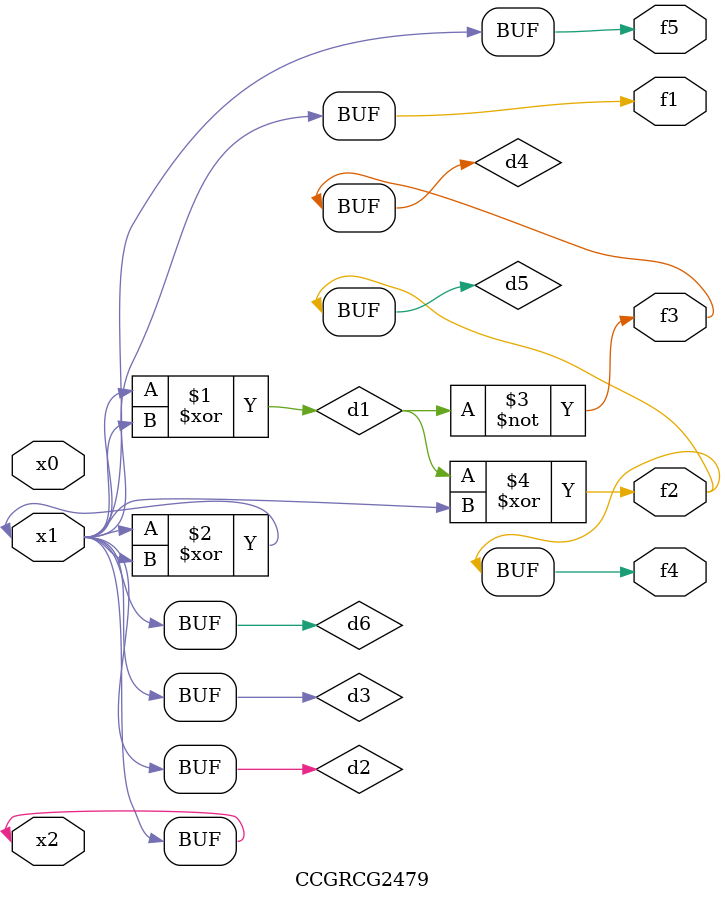
<source format=v>
module CCGRCG2479(
	input x0, x1, x2,
	output f1, f2, f3, f4, f5
);

	wire d1, d2, d3, d4, d5, d6;

	xor (d1, x1, x2);
	buf (d2, x1, x2);
	xor (d3, x1, x2);
	nor (d4, d1);
	xor (d5, d1, d2);
	buf (d6, d2, d3);
	assign f1 = d6;
	assign f2 = d5;
	assign f3 = d4;
	assign f4 = d5;
	assign f5 = d6;
endmodule

</source>
